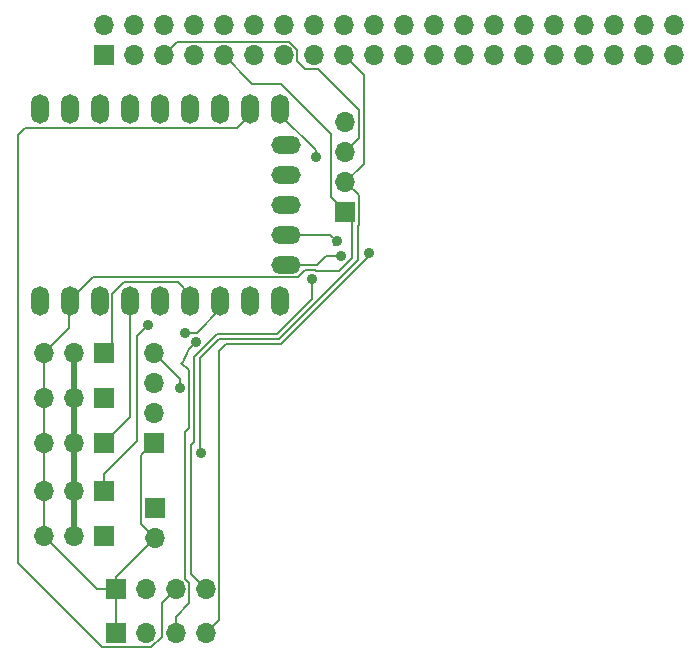
<source format=gbl>
G04 #@! TF.GenerationSoftware,KiCad,Pcbnew,8.0.8*
G04 #@! TF.CreationDate,2025-01-20T20:05:45-08:00*
G04 #@! TF.ProjectId,DonkeyHat,446f6e6b-6579-4486-9174-2e6b69636164,rev?*
G04 #@! TF.SameCoordinates,Original*
G04 #@! TF.FileFunction,Copper,L2,Bot*
G04 #@! TF.FilePolarity,Positive*
%FSLAX46Y46*%
G04 Gerber Fmt 4.6, Leading zero omitted, Abs format (unit mm)*
G04 Created by KiCad (PCBNEW 8.0.8) date 2025-01-20 20:05:45*
%MOMM*%
%LPD*%
G01*
G04 APERTURE LIST*
G04 #@! TA.AperFunction,Conductor*
%ADD10C,0.200000*%
G04 #@! TD*
G04 #@! TA.AperFunction,ComponentPad*
%ADD11R,1.700000X1.700000*%
G04 #@! TD*
G04 #@! TA.AperFunction,ComponentPad*
%ADD12O,1.700000X1.700000*%
G04 #@! TD*
G04 #@! TA.AperFunction,ComponentPad*
%ADD13O,1.500000X2.500000*%
G04 #@! TD*
G04 #@! TA.AperFunction,ComponentPad*
%ADD14O,2.500000X1.500000*%
G04 #@! TD*
G04 #@! TA.AperFunction,ViaPad*
%ADD15C,0.900000*%
G04 #@! TD*
G04 #@! TA.AperFunction,Conductor*
%ADD16C,0.500000*%
G04 #@! TD*
G04 APERTURE END LIST*
D10*
X115000000Y-74900000D02*
X115600000Y-73600000D01*
D11*
X108370000Y-48770000D03*
D12*
X108370000Y-46230000D03*
X110910000Y-48770000D03*
X110910000Y-46230000D03*
X113449999Y-48770000D03*
X113450000Y-46230000D03*
X115990000Y-48770000D03*
X115990000Y-46230000D03*
X118530000Y-48770000D03*
X118530000Y-46230000D03*
X121070000Y-48770000D03*
X121070000Y-46230000D03*
X123610000Y-48770000D03*
X123610000Y-46230000D03*
X126150001Y-48770000D03*
X126150000Y-46230000D03*
X128690000Y-48770000D03*
X128690000Y-46230000D03*
X131230000Y-48770000D03*
X131230000Y-46230000D03*
X133770000Y-48770000D03*
X133770000Y-46230000D03*
X136309999Y-48770000D03*
X136310000Y-46230000D03*
X138850000Y-48770000D03*
X138850000Y-46230000D03*
X141390000Y-48770000D03*
X141390000Y-46230000D03*
X143930000Y-48770000D03*
X143930000Y-46230000D03*
X146469999Y-48770000D03*
X146470000Y-46230000D03*
X149010001Y-48770000D03*
X149010000Y-46230000D03*
X151550000Y-48770000D03*
X151550000Y-46230000D03*
X154090000Y-48770000D03*
X154090000Y-46230000D03*
X156630000Y-48770000D03*
X156630000Y-46230000D03*
D13*
X102980000Y-53300000D03*
X105520000Y-53300000D03*
X108060000Y-53300000D03*
X110600000Y-53300000D03*
X113140000Y-53300000D03*
X115680000Y-53300000D03*
X118220000Y-53300000D03*
X120760000Y-53300000D03*
X123300000Y-53300000D03*
D14*
X123800000Y-56340000D03*
X123800000Y-58880000D03*
X123800000Y-61420000D03*
X123800000Y-63960000D03*
X123800000Y-66500000D03*
D13*
X123300000Y-69540000D03*
X120760000Y-69540000D03*
X118220000Y-69540000D03*
X115680000Y-69540000D03*
X113140000Y-69540000D03*
X110600000Y-69540000D03*
X108060000Y-69540000D03*
X105520000Y-69540000D03*
X102980000Y-69540000D03*
D11*
X108382000Y-89459000D03*
D12*
X105842000Y-89459000D03*
X103302001Y-89459000D03*
D11*
X109398000Y-97714000D03*
D12*
X111938000Y-97714000D03*
X114477999Y-97714000D03*
X117018000Y-97714000D03*
D11*
X112700000Y-87100000D03*
D12*
X112700000Y-89640000D03*
D11*
X108367000Y-73980000D03*
D12*
X105827000Y-73980000D03*
X103287001Y-73980000D03*
D11*
X108367001Y-77790000D03*
D12*
X105827001Y-77790000D03*
X103287002Y-77790000D03*
D11*
X128829000Y-62027000D03*
D12*
X128829000Y-59487000D03*
X128829000Y-56947000D03*
X128829000Y-54407000D03*
D11*
X109398000Y-93953000D03*
D12*
X111938000Y-93953000D03*
X114477999Y-93953000D03*
X117018000Y-93953000D03*
D11*
X108367000Y-81600000D03*
D12*
X105827000Y-81600000D03*
X103287001Y-81600000D03*
D11*
X112600000Y-81580000D03*
D12*
X112600000Y-79040000D03*
X112600000Y-76500000D03*
X112600000Y-73960000D03*
D11*
X108367000Y-85649000D03*
D12*
X105827000Y-85649000D03*
X103287001Y-85649000D03*
D15*
X114800000Y-76910000D03*
X116590000Y-82460000D03*
X128494669Y-65744669D03*
X130800000Y-65500000D03*
X128100000Y-64500000D03*
X116200000Y-73000000D03*
X126000000Y-67700000D03*
X126300000Y-57400000D03*
X115230382Y-72250000D03*
X112100000Y-71600000D03*
D10*
X103287001Y-73980000D02*
X103287001Y-89444000D01*
X107430000Y-67570000D02*
X124830000Y-67570000D01*
X129400000Y-62598000D02*
X128829000Y-62027000D01*
X105440000Y-71827001D02*
X105440000Y-69560000D01*
X103302001Y-89459000D02*
X107796001Y-93953000D01*
X109398000Y-92942000D02*
X112700000Y-89640000D01*
X129400000Y-65900000D02*
X129400000Y-62598000D01*
X124830000Y-67570000D02*
X125450000Y-66950000D01*
X111550000Y-88490000D02*
X111550000Y-82630000D01*
X123400000Y-51200000D02*
X127600000Y-55400000D01*
X127600000Y-55400000D02*
X127600000Y-60798000D01*
X111550000Y-82630000D02*
X112600000Y-81580000D01*
X112600000Y-81580000D02*
X113130000Y-81580000D01*
X107796001Y-93953000D02*
X109398000Y-93953000D01*
X126310661Y-66950000D02*
X126360661Y-67000000D01*
X105440000Y-69560000D02*
X107430000Y-67570000D01*
X103287001Y-73980000D02*
X105440000Y-71827001D01*
X125450000Y-66950000D02*
X126310661Y-66950000D01*
X109398000Y-93953000D02*
X109398000Y-92942000D01*
X118530000Y-48770000D02*
X120960000Y-51200000D01*
X109398000Y-93953000D02*
X109398000Y-97714000D01*
X112700000Y-89640000D02*
X111550000Y-88490000D01*
X127600000Y-60798000D02*
X128829000Y-62027000D01*
X128300000Y-67000000D02*
X129400000Y-65900000D01*
X120960000Y-51200000D02*
X123400000Y-51200000D01*
X126360661Y-67000000D02*
X128300000Y-67000000D01*
X103287001Y-89444000D02*
X103302001Y-89459000D01*
X112600000Y-73960000D02*
X114850000Y-76210000D01*
X114850000Y-76210000D02*
X114850000Y-76900000D01*
X124760000Y-49246346D02*
X124760000Y-48293654D01*
X114600000Y-47620000D02*
X113450000Y-48770000D01*
X128829000Y-56947000D02*
X129979000Y-55797000D01*
X124086346Y-47620000D02*
X114600000Y-47620000D01*
X129979000Y-53379000D02*
X126520000Y-49920000D01*
X124760000Y-48293654D02*
X124086346Y-47620000D01*
X126520000Y-49920000D02*
X125433654Y-49920000D01*
X125433654Y-49920000D02*
X124760000Y-49246346D01*
X129979000Y-55797000D02*
X129979000Y-53379000D01*
X123434314Y-72565685D02*
X126400000Y-69600000D01*
X128690000Y-48770000D02*
X130379000Y-50459000D01*
X116500000Y-82370000D02*
X116500000Y-74396296D01*
X116590000Y-82460000D02*
X116500000Y-82370000D01*
X112192000Y-97713999D02*
X112446001Y-97968000D01*
X129979000Y-60637000D02*
X128829000Y-59487000D01*
X118096296Y-72800000D02*
X123200000Y-72800000D01*
X130379000Y-50459000D02*
X130379000Y-57937000D01*
X130379000Y-57937000D02*
X128829000Y-59487000D01*
X116500000Y-74396296D02*
X118096296Y-72800000D01*
X129900000Y-63256000D02*
X129979000Y-63177000D01*
X129979000Y-63177000D02*
X129979000Y-60637000D01*
X123200000Y-72800000D02*
X123434314Y-72565685D01*
X129900000Y-66100000D02*
X129900000Y-63256000D01*
X126400000Y-69600000D02*
X129900000Y-66100000D01*
X128494669Y-65744669D02*
X127155331Y-65744669D01*
X118168000Y-73868000D02*
X118168000Y-96564000D01*
X118100000Y-73800000D02*
X118168000Y-73868000D01*
X130800000Y-65765686D02*
X123365686Y-73200000D01*
X130800000Y-65500000D02*
X130800000Y-65765686D01*
X123365686Y-73200000D02*
X118700000Y-73200000D01*
X118168000Y-96564000D02*
X117018000Y-97714000D01*
X126400000Y-66500000D02*
X123300000Y-66500000D01*
X127155331Y-65744669D02*
X126400000Y-66500000D01*
X118700000Y-73200000D02*
X118100000Y-73800000D01*
X128100000Y-64500000D02*
X128100000Y-64600000D01*
X128100000Y-64600000D02*
X127900000Y-64800000D01*
X115230000Y-80680000D02*
X115230000Y-93078655D01*
X114954345Y-74810579D02*
X115580000Y-75436234D01*
X115230000Y-93078655D02*
X115627999Y-93476654D01*
X115600000Y-73600000D02*
X116200000Y-73000000D01*
X115627999Y-93476654D02*
X115627999Y-95172001D01*
X114477999Y-96322001D02*
X114477999Y-97714000D01*
X128100000Y-64500000D02*
X127560000Y-63960000D01*
X127560000Y-63960000D02*
X123300000Y-63960000D01*
X115627999Y-95172001D02*
X114477999Y-96322001D01*
X115580000Y-75436234D02*
X115580000Y-80330000D01*
X115580000Y-80330000D02*
X115230000Y-80680000D01*
X119660000Y-54900000D02*
X101700000Y-54900000D01*
X113300000Y-95130999D02*
X114477999Y-93953000D01*
X120760000Y-53800000D02*
X119660000Y-54900000D01*
X101100000Y-55500000D02*
X101100000Y-91716000D01*
X114500000Y-93930999D02*
X114477999Y-93953000D01*
X101100000Y-91716000D02*
X108248000Y-98864000D01*
X101700000Y-54900000D02*
X101100000Y-55500000D01*
X113300000Y-97978346D02*
X113300000Y-95130999D01*
X108248000Y-98864000D02*
X112414346Y-98864000D01*
X112414346Y-98864000D02*
X113300000Y-97978346D01*
X126000000Y-67700000D02*
X126000000Y-69434314D01*
X115980000Y-81527338D02*
X115750000Y-81757338D01*
X115980000Y-74350610D02*
X115980000Y-81527338D01*
X123034314Y-72400000D02*
X117930610Y-72400000D01*
X117930610Y-72400000D02*
X115980000Y-74350610D01*
X126000000Y-69434314D02*
X123034314Y-72400000D01*
X126300000Y-56800000D02*
X123300000Y-53800000D01*
X115750000Y-81757338D02*
X115750000Y-92685000D01*
X115750000Y-92685000D02*
X117018000Y-93953000D01*
X126300000Y-57400000D02*
X126300000Y-56800000D01*
X120760000Y-69040000D02*
X120724924Y-69040000D01*
X110600000Y-69040000D02*
X110600000Y-79367000D01*
X110600000Y-79367000D02*
X108367000Y-81600000D01*
X118220000Y-70280000D02*
X118220000Y-69040000D01*
X115230382Y-72250000D02*
X116250000Y-72250000D01*
X116250000Y-72250000D02*
X118220000Y-70280000D01*
X114630000Y-67990000D02*
X110110000Y-67990000D01*
X110110000Y-67990000D02*
X109110000Y-68990000D01*
X109110000Y-73237000D02*
X108367000Y-73980000D01*
X115680000Y-69040000D02*
X114630000Y-67990000D01*
X109110000Y-68990000D02*
X109110000Y-73237000D01*
X112100000Y-71600000D02*
X111150000Y-72550000D01*
X111150000Y-81450000D02*
X108367000Y-84233000D01*
X108367000Y-84233000D02*
X108367000Y-85649000D01*
X111150000Y-72550000D02*
X111150000Y-81450000D01*
D16*
X105827000Y-73980000D02*
X105827000Y-89444000D01*
X105827000Y-89444000D02*
X105842000Y-89459000D01*
M02*

</source>
